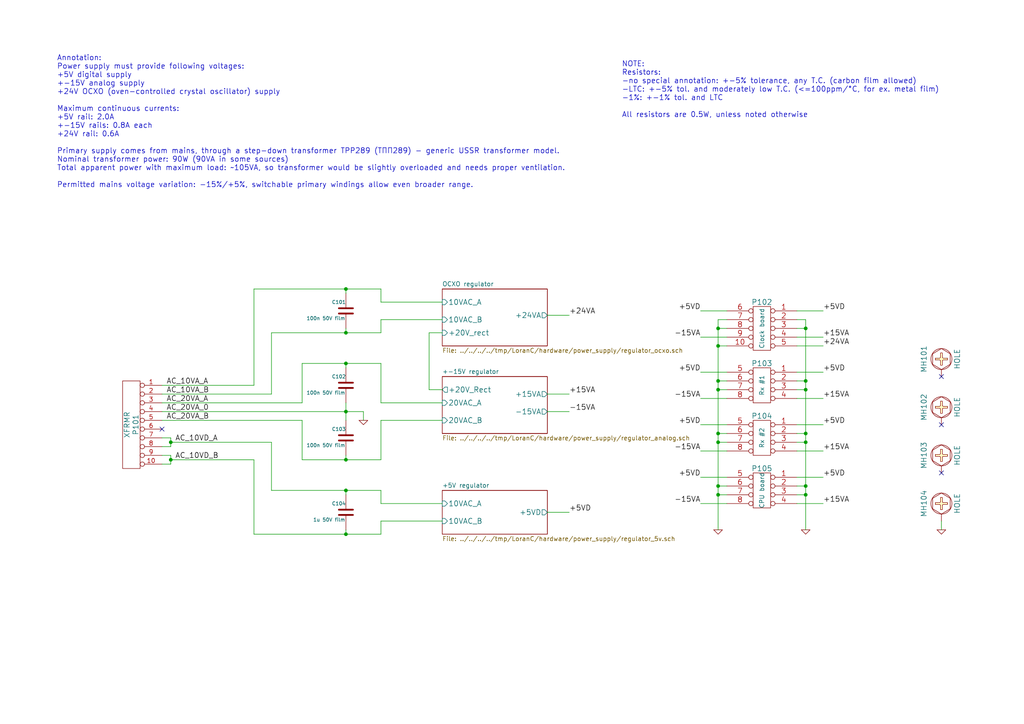
<source format=kicad_sch>
(kicad_sch (version 20230121) (generator eeschema)
  (paper "A4")
  (title_block (title "Loran C receiver power supply") (date "05 марта 2014") (company "Roman Dobrodiy (aka RomaVis)"))
  (lib_symbols
    (symbol "conn_mf:MF_10" (pin_names (offset 1.016))
      (property "Reference" "P" (at 0 7.62 0))
      (property "Value" "MF_10" (at 0 0 90))
      (symbol "MF_10_0_1"
        (rectangle (start -2.54 6.35) (end 2.54 -6.35))
      )
      (symbol "MF_10_1_1"
        (pin passive inverted (at 10.16 5.08 180) (length 7.62) (name "~") (number "1"))
        (pin passive inverted (at -10.16 -5.08 0) (length 7.62) (name "~") (number "10"))
        (pin passive inverted (at 10.16 2.54 180) (length 7.62) (name "~") (number "2"))
        (pin passive inverted (at 10.16 0 180) (length 7.62) (name "~") (number "3"))
        (pin passive inverted (at 10.16 -2.54 180) (length 7.62) (name "~") (number "4"))
        (pin passive inverted (at 10.16 -5.08 180) (length 7.62) (name "~") (number "5"))
        (pin passive inverted (at -10.16 5.08 0) (length 7.62) (name "~") (number "6"))
        (pin passive inverted (at -10.16 2.54 0) (length 7.62) (name "~") (number "7"))
        (pin passive inverted (at -10.16 0 0) (length 7.62) (name "~") (number "8"))
        (pin passive inverted (at -10.16 -2.54 0) (length 7.62) (name "~") (number "9"))
      )
    )
    (symbol "conn_mf:MF_8" (pin_names (offset 1.016))
      (property "Reference" "P" (at 0 6.35 0))
      (property "Value" "MF_8" (at 0 0 90))
      (symbol "MF_8_0_1"
        (rectangle (start -2.54 5.08) (end 2.54 -5.08))
      )
      (symbol "MF_8_1_1"
        (pin passive inverted (at 10.16 3.81 180) (length 7.62) (name "~") (number "1"))
        (pin passive inverted (at 10.16 1.27 180) (length 7.62) (name "~") (number "2"))
        (pin passive inverted (at 10.16 -1.27 180) (length 7.62) (name "~") (number "3"))
        (pin passive inverted (at 10.16 -3.81 180) (length 7.62) (name "~") (number "4"))
        (pin passive inverted (at -10.16 3.81 0) (length 7.62) (name "~") (number "5"))
        (pin passive inverted (at -10.16 1.27 0) (length 7.62) (name "~") (number "6"))
        (pin passive inverted (at -10.16 -1.27 0) (length 7.62) (name "~") (number "7"))
        (pin passive inverted (at -10.16 -3.81 0) (length 7.62) (name "~") (number "8"))
      )
    )
    (symbol "hole:HOLE" (pin_numbers hide) (pin_names (offset 1.016) hide)
      (property "Reference" "MH" (at 0 5.08 0))
      (property "Value" "HOLE" (at 0 -4.572 0))
      (symbol "HOLE_0_1"
        (polyline (pts (xy 1.524 2.54) (xy -1.524 2.54) (xy -3.048 0) (xy -1.524 -2.54) (xy 1.524 -2.54) (xy 3.048 0) (xy 1.524 2.54)))
        (polyline (pts (xy -0.254 1.778) (xy 0.254 1.778) (xy 0.254 0.508) (xy 0.508 0.254) (xy 1.778 0.254) (xy 1.778 -0.254) (xy 0.508 -0.254) (xy 0.254 -0.508) (xy 0.254 -1.778) (xy -0.254 -1.778) (xy -0.254 -0.508) (xy -0.508 -0.254) (xy -1.778 -0.254) (xy -1.778 0.254) (xy -0.508 0.254) (xy -0.254 0.508) (xy -0.254 1.778)) (fill (type background)))
        (circle (center 0 0) (radius 3.048))
      )
      (symbol "HOLE_1_1"
        (pin passive line (at -5.08 0 0) (length 2.0066) (name "~") (number "1"))
      )
    )
    (symbol "power_supply-rescue:C" (pin_numbers hide) (pin_names (offset 0.254))
      (property "Reference" "C" (at 0 2.54 0))
      (property "Value" "C" (at 0.1524 -2.159 0))
      (symbol "C_0_1"
        (polyline (pts (xy -2.032 -0.762) (xy 2.032 -0.762)) (stroke (width 0.508)))
        (polyline (pts (xy -2.032 0.762) (xy 2.032 0.762)) (stroke (width 0.508)))
      )
      (symbol "C_1_1"
        (pin passive line (at 0 5.08 270) (length 4.318) (name "~") (number "1"))
        (pin passive line (at 0 -5.08 90) (length 4.318) (name "~") (number "2"))
      )
    )
    (symbol "power_supply-rescue:CONN_10" (pin_names (offset 1.016) hide)
      (property "Reference" "P" (at -1.27 0 90))
      (property "Value" "CONN_10" (at 1.27 0 90))
      (symbol "CONN_10_0_1"
        (rectangle (start -2.54 12.7) (end 2.54 -12.7))
      )
      (symbol "CONN_10_1_1"
        (pin passive inverted (at -8.89 11.43 0) (length 6.35) (name "P1") (number "1"))
        (pin passive inverted (at -8.89 -11.43 0) (length 6.35) (name "P10") (number "10"))
        (pin passive inverted (at -8.89 8.89 0) (length 6.35) (name "P2") (number "2"))
        (pin passive inverted (at -8.89 6.35 0) (length 6.35) (name "P3") (number "3"))
        (pin passive inverted (at -8.89 3.81 0) (length 6.35) (name "P4") (number "4"))
        (pin passive inverted (at -8.89 1.27 0) (length 6.35) (name "P5") (number "5"))
        (pin passive inverted (at -8.89 -1.27 0) (length 6.35) (name "P6") (number "6"))
        (pin passive inverted (at -8.89 -3.81 0) (length 6.35) (name "P7") (number "7"))
        (pin passive inverted (at -8.89 -6.35 0) (length 6.35) (name "P8") (number "8"))
        (pin passive inverted (at -8.89 -8.89 0) (length 6.35) (name "P9") (number "9"))
      )
    )
    (symbol "power_supply-rescue:GND" (power) (pin_names (offset 0))
      (symbol "GND_0_1"
        (polyline (pts (xy -1.27 0) (xy 0 -1.27) (xy 1.27 0) (xy -1.27 0)))
      )
      (symbol "GND_1_1"
        (pin power_in line (at 0 0 90) (length 0) hide (name "GND") (number "1"))
      )
    )
  )
  (junction (at 208.28 100.33))
  (junction (at 208.28 95.25))
  (junction (at 233.68 95.25))
  (junction (at 233.68 143.51))
  (junction (at 208.28 125.73))
  (junction (at 208.28 143.51))
  (junction (at 100.33 154.94))
  (junction (at 49.53 133.35))
  (junction (at 100.33 133.35))
  (junction (at 100.33 105.41))
  (junction (at 208.28 128.27))
  (junction (at 49.53 128.27))
  (junction (at 100.33 142.24))
  (junction (at 233.68 113.03))
  (junction (at 233.68 110.49))
  (junction (at 208.28 140.97))
  (junction (at 100.33 83.82))
  (junction (at 233.68 140.97))
  (junction (at 233.68 128.27))
  (junction (at 208.28 113.03))
  (junction (at 208.28 110.49))
  (junction (at 233.68 125.73))
  (junction (at 100.33 96.52))
  (junction (at 100.33 119.38))
  (no_connect (at 273.05 137.16))
  (no_connect (at 46.99 124.46))
  (no_connect (at 273.05 123.19))
  (no_connect (at 273.05 109.22))
  (wire (pts (xy 238.76 107.95) (xy 231.14 107.95)))
  (wire (pts (xy 233.68 92.71) (xy 233.68 95.25)))
  (wire (pts (xy 46.99 132.08) (xy 49.53 132.08)))
  (wire (pts (xy 208.28 92.71) (xy 208.28 95.25)))
  (wire (pts (xy 128.27 113.03) (xy 124.46 113.03)))
  (wire (pts (xy 208.28 95.25) (xy 208.28 100.33)))
  (wire (pts (xy 128.27 146.05) (xy 110.49 146.05)))
  (wire (pts (xy 110.49 154.94) (xy 110.49 151.13)))
  (wire (pts (xy 158.75 148.59) (xy 165.1 148.59)))
  (wire (pts (xy 231.14 115.57) (xy 238.76 115.57)))
  (wire (pts (xy 46.99 121.92) (xy 87.63 121.92)))
  (wire (pts (xy 49.53 129.54) (xy 46.99 129.54)))
  (wire (pts (xy 87.63 133.35) (xy 100.33 133.35)))
  (wire (pts (xy 233.68 125.73) (xy 233.68 128.27)))
  (wire (pts (xy 49.53 133.35) (xy 49.53 134.62)))
  (wire (pts (xy 165.1 119.38) (xy 158.75 119.38)))
  (wire (pts (xy 210.82 146.05) (xy 203.2 146.05)))
  (wire (pts (xy 110.49 105.41) (xy 100.33 105.41)))
  (wire (pts (xy 208.28 110.49) (xy 210.82 110.49)))
  (wire (pts (xy 100.33 95.25) (xy 100.33 96.52)))
  (wire (pts (xy 78.74 142.24) (xy 78.74 128.27)))
  (wire (pts (xy 100.33 132.08) (xy 100.33 133.35)))
  (wire (pts (xy 87.63 105.41) (xy 87.63 116.84)))
  (wire (pts (xy 46.99 119.38) (xy 100.33 119.38)))
  (wire (pts (xy 128.27 87.63) (xy 110.49 87.63)))
  (wire (pts (xy 49.53 133.35) (xy 73.66 133.35)))
  (wire (pts (xy 49.53 128.27) (xy 49.53 129.54)))
  (wire (pts (xy 208.28 125.73) (xy 208.28 128.27)))
  (wire (pts (xy 46.99 111.76) (xy 73.66 111.76)))
  (wire (pts (xy 100.33 105.41) (xy 100.33 106.68)))
  (wire (pts (xy 208.28 128.27) (xy 208.28 140.97)))
  (wire (pts (xy 203.2 123.19) (xy 210.82 123.19)))
  (wire (pts (xy 110.49 151.13) (xy 128.27 151.13)))
  (wire (pts (xy 110.49 142.24) (xy 100.33 142.24)))
  (wire (pts (xy 158.75 91.44) (xy 165.1 91.44)))
  (wire (pts (xy 231.14 113.03) (xy 233.68 113.03)))
  (wire (pts (xy 233.68 128.27) (xy 233.68 140.97)))
  (wire (pts (xy 208.28 92.71) (xy 210.82 92.71)))
  (wire (pts (xy 231.14 140.97) (xy 233.68 140.97)))
  (wire (pts (xy 210.82 143.51) (xy 208.28 143.51)))
  (wire (pts (xy 231.14 100.33) (xy 238.76 100.33)))
  (wire (pts (xy 78.74 114.3) (xy 78.74 96.52)))
  (wire (pts (xy 233.68 143.51) (xy 233.68 153.67)))
  (wire (pts (xy 203.2 90.17) (xy 210.82 90.17)))
  (wire (pts (xy 231.14 138.43) (xy 238.76 138.43)))
  (wire (pts (xy 273.05 151.13) (xy 273.05 153.67)))
  (wire (pts (xy 46.99 116.84) (xy 87.63 116.84)))
  (wire (pts (xy 100.33 83.82) (xy 73.66 83.82)))
  (wire (pts (xy 231.14 125.73) (xy 233.68 125.73)))
  (wire (pts (xy 110.49 133.35) (xy 110.49 121.92)))
  (wire (pts (xy 238.76 130.81) (xy 231.14 130.81)))
  (wire (pts (xy 100.33 119.38) (xy 100.33 121.92)))
  (wire (pts (xy 208.28 100.33) (xy 208.28 110.49)))
  (wire (pts (xy 233.68 140.97) (xy 233.68 143.51)))
  (wire (pts (xy 100.33 116.84) (xy 100.33 119.38)))
  (wire (pts (xy 208.28 143.51) (xy 208.28 153.67)))
  (wire (pts (xy 110.49 121.92) (xy 128.27 121.92)))
  (wire (pts (xy 208.28 140.97) (xy 208.28 143.51)))
  (wire (pts (xy 238.76 97.79) (xy 231.14 97.79)))
  (wire (pts (xy 231.14 90.17) (xy 238.76 90.17)))
  (wire (pts (xy 110.49 116.84) (xy 110.49 105.41)))
  (wire (pts (xy 49.53 127) (xy 49.53 128.27)))
  (wire (pts (xy 208.28 125.73) (xy 210.82 125.73)))
  (wire (pts (xy 78.74 96.52) (xy 100.33 96.52)))
  (wire (pts (xy 208.28 140.97) (xy 210.82 140.97)))
  (wire (pts (xy 238.76 146.05) (xy 231.14 146.05)))
  (wire (pts (xy 231.14 92.71) (xy 233.68 92.71)))
  (wire (pts (xy 128.27 116.84) (xy 110.49 116.84)))
  (wire (pts (xy 100.33 154.94) (xy 110.49 154.94)))
  (wire (pts (xy 208.28 100.33) (xy 210.82 100.33)))
  (wire (pts (xy 49.53 128.27) (xy 78.74 128.27)))
  (wire (pts (xy 87.63 121.92) (xy 87.63 133.35)))
  (wire (pts (xy 49.53 132.08) (xy 49.53 133.35)))
  (wire (pts (xy 210.82 115.57) (xy 203.2 115.57)))
  (wire (pts (xy 208.28 113.03) (xy 208.28 125.73)))
  (wire (pts (xy 105.41 119.38) (xy 105.41 121.92)))
  (wire (pts (xy 203.2 107.95) (xy 210.82 107.95)))
  (wire (pts (xy 208.28 110.49) (xy 208.28 113.03)))
  (wire (pts (xy 231.14 128.27) (xy 233.68 128.27)))
  (wire (pts (xy 203.2 138.43) (xy 210.82 138.43)))
  (wire (pts (xy 100.33 133.35) (xy 110.49 133.35)))
  (wire (pts (xy 158.75 114.3) (xy 165.1 114.3)))
  (wire (pts (xy 208.28 113.03) (xy 210.82 113.03)))
  (wire (pts (xy 231.14 110.49) (xy 233.68 110.49)))
  (wire (pts (xy 231.14 95.25) (xy 233.68 95.25)))
  (wire (pts (xy 110.49 87.63) (xy 110.49 83.82)))
  (wire (pts (xy 233.68 110.49) (xy 233.68 113.03)))
  (wire (pts (xy 100.33 96.52) (xy 110.49 96.52)))
  (wire (pts (xy 49.53 127) (xy 46.99 127)))
  (wire (pts (xy 49.53 134.62) (xy 46.99 134.62)))
  (wire (pts (xy 231.14 123.19) (xy 238.76 123.19)))
  (wire (pts (xy 210.82 97.79) (xy 203.2 97.79)))
  (wire (pts (xy 233.68 113.03) (xy 233.68 125.73)))
  (wire (pts (xy 100.33 153.67) (xy 100.33 154.94)))
  (wire (pts (xy 231.14 143.51) (xy 233.68 143.51)))
  (wire (pts (xy 73.66 154.94) (xy 100.33 154.94)))
  (wire (pts (xy 124.46 96.52) (xy 128.27 96.52)))
  (wire (pts (xy 73.66 83.82) (xy 73.66 111.76)))
  (wire (pts (xy 100.33 83.82) (xy 100.33 85.09)))
  (wire (pts (xy 110.49 146.05) (xy 110.49 142.24)))
  (wire (pts (xy 124.46 113.03) (xy 124.46 96.52)))
  (wire (pts (xy 110.49 96.52) (xy 110.49 92.71)))
  (wire (pts (xy 73.66 133.35) (xy 73.66 154.94)))
  (wire (pts (xy 100.33 142.24) (xy 78.74 142.24)))
  (wire (pts (xy 210.82 130.81) (xy 203.2 130.81)))
  (wire (pts (xy 100.33 119.38) (xy 105.41 119.38)))
  (wire (pts (xy 233.68 95.25) (xy 233.68 110.49)))
  (wire (pts (xy 100.33 105.41) (xy 87.63 105.41)))
  (wire (pts (xy 110.49 83.82) (xy 100.33 83.82)))
  (wire (pts (xy 208.28 128.27) (xy 210.82 128.27)))
  (wire (pts (xy 208.28 95.25) (xy 210.82 95.25)))
  (wire (pts (xy 100.33 142.24) (xy 100.33 143.51)))
  (wire (pts (xy 46.99 114.3) (xy 78.74 114.3)))
  (wire (pts (xy 110.49 92.71) (xy 128.27 92.71)))
  (text "Annotation:\nPower supply must provide following voltages:\n+5V digital supply\n+-15V analog supply\n+24V OCXO (oven-controlled crystal oscillator) supply\n\nMaximum continuous currents:\n+5V rail: 2.0A \n+-15V rails: 0.8A each\n+24V rail: 0.6A\n\nPrimary supply comes from mains, through a step-down transformer TPP289 (ТПП289) - generic USSR transformer model.\nNominal transformer power: 90W (90VA in some sources)\nTotal apparent power with maximum load: ~105VA, so transformer would be slightly overloaded and needs proper ventilation.\n\nPermitted mains voltage variation: -15%/+5%, switchable primary windings allow even broader range." (at 16.51 54.61 0) (effects (font (size 1.524 1.524)) (justify left bottom)))
  (text "NOTE:\nResistors:\n-no special annotation: +-5% tolerance, any T.C. (carbon film allowed)\n-LTC: +-5% tol. and moderately low T.C. (<=100ppm/°C, for ex. metal film)\n-1%: +-1% tol. and LTC\n\nAll resistors are 0.5W, unless noted otherwise" (at 180.34 34.29 0) (effects (font (size 1.524 1.524)) (justify left bottom)))
  (label "+15VA" (at 238.76 115.57 0) (effects (font (size 1.524 1.524))))
  (label "AC_20VA_A" (at 48.26 116.84 0) (effects (font (size 1.524 1.524))))
  (label "-15VA" (at 165.1 119.38 0) (effects (font (size 1.524 1.524))))
  (label "AC_10VD_B" (at 50.8 133.35 0) (effects (font (size 1.524 1.524))))
  (label "AC_20VA_B" (at 48.26 121.92 0) (effects (font (size 1.524 1.524))))
  (label "+5VD" (at 238.76 123.19 0) (effects (font (size 1.524 1.524))))
  (label "+15VA" (at 238.76 97.79 0) (effects (font (size 1.524 1.524))))
  (label "AC_20VA_0" (at 48.26 119.38 0) (effects (font (size 1.524 1.524))))
  (label "+5VD" (at 238.76 138.43 0) (effects (font (size 1.524 1.524))))
  (label "+5VD" (at 203.2 123.19 180) (effects (font (size 1.524 1.524))))
  (label "+5VD" (at 238.76 90.17 0) (effects (font (size 1.524 1.524))))
  (label "-15VA" (at 203.2 97.79 180) (effects (font (size 1.524 1.524))))
  (label "AC_10VA_A" (at 48.26 111.76 0) (effects (font (size 1.524 1.524))))
  (label "-15VA" (at 203.2 146.05 180) (effects (font (size 1.524 1.524))))
  (label "+15VA" (at 238.76 130.81 0) (effects (font (size 1.524 1.524))))
  (label "-15VA" (at 203.2 130.81 180) (effects (font (size 1.524 1.524))))
  (label "+15VA" (at 238.76 146.05 0) (effects (font (size 1.524 1.524))))
  (label "+5VD" (at 203.2 107.95 180) (effects (font (size 1.524 1.524))))
  (label "+5VD" (at 203.2 90.17 180) (effects (font (size 1.524 1.524))))
  (label "-15VA" (at 203.2 115.57 180) (effects (font (size 1.524 1.524))))
  (label "+24VA" (at 238.76 100.33 0) (effects (font (size 1.524 1.524))))
  (label "+5VD" (at 203.2 138.43 180) (effects (font (size 1.524 1.524))))
  (label "+5VD" (at 165.1 148.59 0) (effects (font (size 1.524 1.524))))
  (label "AC_10VA_B" (at 48.26 114.3 0) (effects (font (size 1.524 1.524))))
  (label "+5VD" (at 238.76 107.95 0) (effects (font (size 1.524 1.524))))
  (label "+15VA" (at 165.1 114.3 0) (effects (font (size 1.524 1.524))))
  (label "AC_10VD_A" (at 50.8 128.27 0) (effects (font (size 1.524 1.524))))
  (label "+24VA" (at 165.1 91.44 0) (effects (font (size 1.524 1.524))))
  (symbol (lib_id "power_supply-rescue:CONN_10") (at 38.1 123.19 0) (mirror y) (unit 1)
    (property "Reference" "P101" (at 39.37 123.19 90) (effects (font (size 1.524 1.524))))
    (property "Value" "XFRMR" (at 36.83 123.19 90) (effects (font (size 1.524 1.524))))
  )
  (symbol (lib_id "power_supply-rescue:GND") (at 105.41 121.92 0) (unit 1)
    (property "Reference" "#PWR01" (effects hide))
    (property "Value" "GND" (effects hide))
  )
  (symbol (lib_id "conn_mf:MF_8") (at 220.98 142.24 0) (unit 1)
    (property "Reference" "P105" (at 220.98 135.89 0) (effects (font (size 1.524 1.524))))
    (property "Value" "CPU board" (at 220.98 142.24 90))
  )
  (symbol (lib_id "conn_mf:MF_10") (at 220.98 95.25 0) (unit 1)
    (property "Reference" "P102" (at 220.98 87.63 0) (effects (font (size 1.524 1.524))))
    (property "Value" "Clock board" (at 220.98 95.25 90))
  )
  (symbol (lib_id "conn_mf:MF_8") (at 220.98 127 0) (unit 1)
    (property "Reference" "P104" (at 220.98 120.65 0) (effects (font (size 1.524 1.524))))
    (property "Value" "Rx #2" (at 220.98 127 90))
  )
  (symbol (lib_id "conn_mf:MF_8") (at 220.98 111.76 0) (unit 1)
    (property "Reference" "P103" (at 220.98 105.41 0) (effects (font (size 1.524 1.524))))
    (property "Value" "Rx #1" (at 220.98 111.76 90))
  )
  (symbol (lib_id "power_supply-rescue:GND") (at 233.68 153.67 0) (unit 1)
    (property "Reference" "#PWR02" (effects hide))
    (property "Value" "GND" (effects hide))
  )
  (symbol (lib_id "power_supply-rescue:GND") (at 208.28 153.67 0) (unit 1)
    (property "Reference" "#PWR03" (effects hide))
    (property "Value" "GND" (effects hide))
  )
  (symbol (lib_id "power_supply-rescue:C") (at 100.33 148.59 0) (mirror y) (unit 1)
    (property "Reference" "C104" (at 100.33 146.05 0) (effects (font (size 1.016 1.016)) (justify left)))
    (property "Value" "1u 50V film" (at 100.1776 150.749 0) (effects (font (size 1.016 1.016)) (justify left)))
  )
  (symbol (lib_id "power_supply-rescue:C") (at 100.33 111.76 0) (mirror y) (unit 1)
    (property "Reference" "C102" (at 100.33 109.22 0) (effects (font (size 1.016 1.016)) (justify left)))
    (property "Value" "100n 50V film" (at 100.1776 113.919 0) (effects (font (size 1.016 1.016)) (justify left)))
  )
  (symbol (lib_id "power_supply-rescue:C") (at 100.33 127 0) (mirror y) (unit 1)
    (property "Reference" "C103" (at 100.33 124.46 0) (effects (font (size 1.016 1.016)) (justify left)))
    (property "Value" "100n 50V film" (at 100.1776 129.159 0) (effects (font (size 1.016 1.016)) (justify left)))
  )
  (symbol (lib_id "power_supply-rescue:C") (at 100.33 90.17 0) (mirror y) (unit 1)
    (property "Reference" "C101" (at 100.33 87.63 0) (effects (font (size 1.016 1.016)) (justify left)))
    (property "Value" "100n 50V film" (at 100.1776 92.329 0) (effects (font (size 1.016 1.016)) (justify left)))
  )
  (symbol (lib_id "hole:HOLE") (at 273.05 104.14 90) (unit 1)
    (property "Reference" "MH101" (at 267.97 104.14 0) (effects (font (size 1.524 1.524))))
    (property "Value" "HOLE" (at 277.622 104.14 0) (effects (font (size 1.524 1.524))))
  )
  (symbol (lib_id "hole:HOLE") (at 273.05 118.11 90) (unit 1)
    (property "Reference" "MH102" (at 267.97 118.11 0) (effects (font (size 1.524 1.524))))
    (property "Value" "HOLE" (at 277.622 118.11 0) (effects (font (size 1.524 1.524))))
  )
  (symbol (lib_id "hole:HOLE") (at 273.05 132.08 90) (unit 1)
    (property "Reference" "MH103" (at 267.97 132.08 0) (effects (font (size 1.524 1.524))))
    (property "Value" "HOLE" (at 277.622 132.08 0) (effects (font (size 1.524 1.524))))
  )
  (symbol (lib_id "hole:HOLE") (at 273.05 146.05 90) (unit 1)
    (property "Reference" "MH104" (at 267.97 146.05 0) (effects (font (size 1.524 1.524))))
    (property "Value" "HOLE" (at 277.622 146.05 0) (effects (font (size 1.524 1.524))))
  )
  (symbol (lib_id "power_supply-rescue:GND") (at 273.05 153.67 0) (unit 1)
    (property "Reference" "#PWR04" (effects hide))
    (property "Value" "GND" (effects hide))
  )
  (sheet (at 128.27 142.24) (size 30.48 12.7)
    (property "Sheetname" "+5V regulator" (at 128.27 141.5284 0) (effects (justify left bottom)))
    (property "Sheetfile" "../../../../tmp/LoranC/hardware/power_supply/regulator_5v.sch" (at 128.27 155.5246 0) (effects (justify left top)))
    (pin "10VAC_A" input (at 128.27 146.05 180) (effects (font (size 1.524 1.524))))
    (pin "10VAC_B" input (at 128.27 151.13 180) (effects (font (size 1.524 1.524))))
    (pin "+5VD" output (at 158.75 148.59 0) (effects (font (size 1.524 1.524))))
  )
  (sheet (at 128.27 109.22) (size 30.48 16.51)
    (property "Sheetname" "+-15V regulator" (at 128.27 108.5084 0) (effects (justify left bottom)))
    (property "Sheetfile" "../../../../tmp/LoranC/hardware/power_supply/regulator_analog.sch" (at 128.27 126.3146 0) (effects (justify left top)))
    (pin "20VAC_A" input (at 128.27 116.84 180) (effects (font (size 1.524 1.524))))
    (pin "20VAC_B" input (at 128.27 121.92 180) (effects (font (size 1.524 1.524))))
    (pin "+20V_Rect" output (at 128.27 113.03 180) (effects (font (size 1.524 1.524))))
    (pin "+15VA" output (at 158.75 114.3 0) (effects (font (size 1.524 1.524))))
    (pin "-15VA" output (at 158.75 119.38 0) (effects (font (size 1.524 1.524))))
  )
  (sheet (at 128.27 83.82) (size 30.48 16.51)
    (property "Sheetname" "OCXO regulator" (at 128.27 83.1084 0) (effects (justify left bottom)))
    (property "Sheetfile" "../../../../tmp/LoranC/hardware/power_supply/regulator_ocxo.sch" (at 128.27 100.9146 0) (effects (justify left top)))
    (pin "+20V_rect" input (at 128.27 96.52 180) (effects (font (size 1.524 1.524))))
    (pin "10VAC_A" input (at 128.27 87.63 180) (effects (font (size 1.524 1.524))))
    (pin "10VAC_B" input (at 128.27 92.71 180) (effects (font (size 1.524 1.524))))
    (pin "+24VA" output (at 158.75 91.44 0) (effects (font (size 1.524 1.524))))
  )
)
</source>
